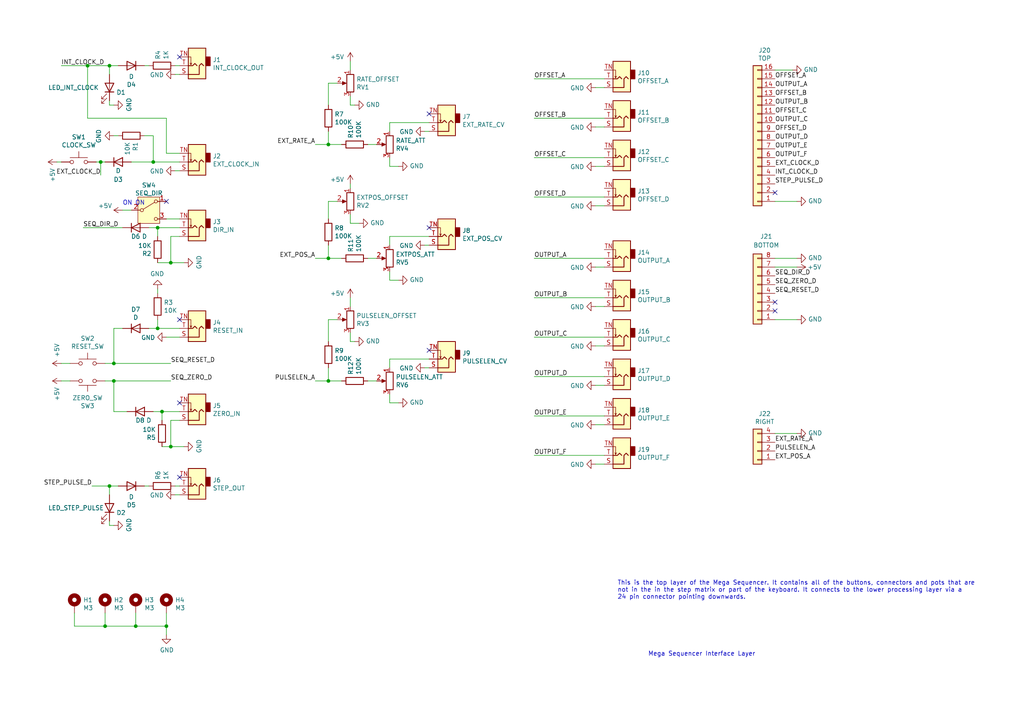
<source format=kicad_sch>
(kicad_sch (version 20230121) (generator eeschema)
  (paper "A4")
  (lib_symbols
    (symbol "Connector_Generic:Conn_01x04" (pin_names (offset 1.016) hide)
      (property "Reference" "J" (at 0 5.08 0))
      (property "Value" "Conn_01x04" (at 0 -7.62 0))
      (symbol "Conn_01x04_1_1"
        (rectangle (start -1.27 -4.953) (end 0 -5.207) (stroke (width 0.1524)))
        (rectangle (start -1.27 -2.413) (end 0 -2.667) (stroke (width 0.1524)))
        (rectangle (start -1.27 0.127) (end 0 -0.127) (stroke (width 0.1524)))
        (rectangle (start -1.27 2.667) (end 0 2.413) (stroke (width 0.1524)))
        (rectangle (start -1.27 3.81) (end 1.27 -6.35) (stroke (width 0.254)) (fill (type background)))
        (pin passive line (at -5.08 2.54 0) (length 3.81) (name "Pin_1") (number "1"))
        (pin passive line (at -5.08 0 0) (length 3.81) (name "Pin_2") (number "2"))
        (pin passive line (at -5.08 -2.54 0) (length 3.81) (name "Pin_3") (number "3"))
        (pin passive line (at -5.08 -5.08 0) (length 3.81) (name "Pin_4") (number "4"))
      )
    )
    (symbol "Connector_Generic:Conn_01x08" (pin_names (offset 1.016) hide)
      (property "Reference" "J" (at 0 10.16 0))
      (property "Value" "Conn_01x08" (at 0 -12.7 0))
      (symbol "Conn_01x08_1_1"
        (rectangle (start -1.27 -10.033) (end 0 -10.287) (stroke (width 0.1524)))
        (rectangle (start -1.27 -7.493) (end 0 -7.747) (stroke (width 0.1524)))
        (rectangle (start -1.27 -4.953) (end 0 -5.207) (stroke (width 0.1524)))
        (rectangle (start -1.27 -2.413) (end 0 -2.667) (stroke (width 0.1524)))
        (rectangle (start -1.27 0.127) (end 0 -0.127) (stroke (width 0.1524)))
        (rectangle (start -1.27 2.667) (end 0 2.413) (stroke (width 0.1524)))
        (rectangle (start -1.27 5.207) (end 0 4.953) (stroke (width 0.1524)))
        (rectangle (start -1.27 7.747) (end 0 7.493) (stroke (width 0.1524)))
        (rectangle (start -1.27 8.89) (end 1.27 -11.43) (stroke (width 0.254)) (fill (type background)))
        (pin passive line (at -5.08 7.62 0) (length 3.81) (name "Pin_1") (number "1"))
        (pin passive line (at -5.08 5.08 0) (length 3.81) (name "Pin_2") (number "2"))
        (pin passive line (at -5.08 2.54 0) (length 3.81) (name "Pin_3") (number "3"))
        (pin passive line (at -5.08 0 0) (length 3.81) (name "Pin_4") (number "4"))
        (pin passive line (at -5.08 -2.54 0) (length 3.81) (name "Pin_5") (number "5"))
        (pin passive line (at -5.08 -5.08 0) (length 3.81) (name "Pin_6") (number "6"))
        (pin passive line (at -5.08 -7.62 0) (length 3.81) (name "Pin_7") (number "7"))
        (pin passive line (at -5.08 -10.16 0) (length 3.81) (name "Pin_8") (number "8"))
      )
    )
    (symbol "Connector_Generic:Conn_01x16" (pin_names (offset 1.016) hide)
      (property "Reference" "J" (at 0 20.32 0))
      (property "Value" "Conn_01x16" (at 0 -22.86 0))
      (symbol "Conn_01x16_1_1"
        (rectangle (start -1.27 -20.193) (end 0 -20.447) (stroke (width 0.1524)))
        (rectangle (start -1.27 -17.653) (end 0 -17.907) (stroke (width 0.1524)))
        (rectangle (start -1.27 -15.113) (end 0 -15.367) (stroke (width 0.1524)))
        (rectangle (start -1.27 -12.573) (end 0 -12.827) (stroke (width 0.1524)))
        (rectangle (start -1.27 -10.033) (end 0 -10.287) (stroke (width 0.1524)))
        (rectangle (start -1.27 -7.493) (end 0 -7.747) (stroke (width 0.1524)))
        (rectangle (start -1.27 -4.953) (end 0 -5.207) (stroke (width 0.1524)))
        (rectangle (start -1.27 -2.413) (end 0 -2.667) (stroke (width 0.1524)))
        (rectangle (start -1.27 0.127) (end 0 -0.127) (stroke (width 0.1524)))
        (rectangle (start -1.27 2.667) (end 0 2.413) (stroke (width 0.1524)))
        (rectangle (start -1.27 5.207) (end 0 4.953) (stroke (width 0.1524)))
        (rectangle (start -1.27 7.747) (end 0 7.493) (stroke (width 0.1524)))
        (rectangle (start -1.27 10.287) (end 0 10.033) (stroke (width 0.1524)))
        (rectangle (start -1.27 12.827) (end 0 12.573) (stroke (width 0.1524)))
        (rectangle (start -1.27 15.367) (end 0 15.113) (stroke (width 0.1524)))
        (rectangle (start -1.27 17.907) (end 0 17.653) (stroke (width 0.1524)))
        (rectangle (start -1.27 19.05) (end 1.27 -21.59) (stroke (width 0.254)) (fill (type background)))
        (pin passive line (at -5.08 17.78 0) (length 3.81) (name "Pin_1") (number "1"))
        (pin passive line (at -5.08 -5.08 0) (length 3.81) (name "Pin_10") (number "10"))
        (pin passive line (at -5.08 -7.62 0) (length 3.81) (name "Pin_11") (number "11"))
        (pin passive line (at -5.08 -10.16 0) (length 3.81) (name "Pin_12") (number "12"))
        (pin passive line (at -5.08 -12.7 0) (length 3.81) (name "Pin_13") (number "13"))
        (pin passive line (at -5.08 -15.24 0) (length 3.81) (name "Pin_14") (number "14"))
        (pin passive line (at -5.08 -17.78 0) (length 3.81) (name "Pin_15") (number "15"))
        (pin passive line (at -5.08 -20.32 0) (length 3.81) (name "Pin_16") (number "16"))
        (pin passive line (at -5.08 15.24 0) (length 3.81) (name "Pin_2") (number "2"))
        (pin passive line (at -5.08 12.7 0) (length 3.81) (name "Pin_3") (number "3"))
        (pin passive line (at -5.08 10.16 0) (length 3.81) (name "Pin_4") (number "4"))
        (pin passive line (at -5.08 7.62 0) (length 3.81) (name "Pin_5") (number "5"))
        (pin passive line (at -5.08 5.08 0) (length 3.81) (name "Pin_6") (number "6"))
        (pin passive line (at -5.08 2.54 0) (length 3.81) (name "Pin_7") (number "7"))
        (pin passive line (at -5.08 0 0) (length 3.81) (name "Pin_8") (number "8"))
        (pin passive line (at -5.08 -2.54 0) (length 3.81) (name "Pin_9") (number "9"))
      )
    )
    (symbol "Device:D" (pin_numbers hide) (pin_names (offset 1.016) hide)
      (property "Reference" "D" (at 0 2.54 0))
      (property "Value" "D" (at 0 -2.54 0))
      (symbol "D_0_1"
        (polyline (pts (xy -1.27 1.27) (xy -1.27 -1.27)) (stroke (width 0.254)))
        (polyline (pts (xy 1.27 0) (xy -1.27 0)))
        (polyline (pts (xy 1.27 1.27) (xy 1.27 -1.27) (xy -1.27 0) (xy 1.27 1.27)) (stroke (width 0.254)))
      )
      (symbol "D_1_1"
        (pin passive line (at -3.81 0 0) (length 2.54) (name "K") (number "1"))
        (pin passive line (at 3.81 0 180) (length 2.54) (name "A") (number "2"))
      )
    )
    (symbol "Device:LED" (pin_numbers hide) (pin_names (offset 1.016) hide)
      (property "Reference" "D" (at 0 2.54 0))
      (property "Value" "LED" (at 0 -2.54 0))
      (symbol "LED_0_1"
        (polyline (pts (xy -1.27 -1.27) (xy -1.27 1.27)) (stroke (width 0.254)))
        (polyline (pts (xy -1.27 0) (xy 1.27 0)))
        (polyline (pts (xy 1.27 -1.27) (xy 1.27 1.27) (xy -1.27 0) (xy 1.27 -1.27)) (stroke (width 0.254)))
        (polyline (pts (xy -3.048 -0.762) (xy -4.572 -2.286) (xy -3.81 -2.286) (xy -4.572 -2.286) (xy -4.572 -1.524)))
        (polyline (pts (xy -1.778 -0.762) (xy -3.302 -2.286) (xy -2.54 -2.286) (xy -3.302 -2.286) (xy -3.302 -1.524)))
      )
      (symbol "LED_1_1"
        (pin passive line (at -3.81 0 0) (length 2.54) (name "K") (number "1"))
        (pin passive line (at 3.81 0 180) (length 2.54) (name "A") (number "2"))
      )
    )
    (symbol "Device:R" (pin_numbers hide) (pin_names (offset 0))
      (property "Reference" "R" (at 2.032 0 90))
      (property "Value" "R" (at 0 0 90))
      (symbol "R_0_1"
        (rectangle (start -1.016 -2.54) (end 1.016 2.54) (stroke (width 0.254)))
      )
      (symbol "R_1_1"
        (pin passive line (at 0 3.81 270) (length 1.27) (name "~") (number "1"))
        (pin passive line (at 0 -3.81 90) (length 1.27) (name "~") (number "2"))
      )
    )
    (symbol "Mechanical:MountingHole_Pad" (pin_numbers hide) (pin_names (offset 1.016) hide)
      (property "Reference" "H" (at 0 6.35 0))
      (property "Value" "MountingHole_Pad" (at 0 4.445 0))
      (symbol "MountingHole_Pad_0_1"
        (circle (center 0 1.27) (radius 1.27) (stroke (width 1.27)))
      )
      (symbol "MountingHole_Pad_1_1"
        (pin input line (at 0 -2.54 90) (length 2.54) (name "1") (number "1"))
      )
    )
    (symbol "Switch:SW_Push" (pin_numbers hide) (pin_names (offset 1.016) hide)
      (property "Reference" "SW" (at 1.27 2.54 0))
      (property "Value" "SW_Push" (at 0 -1.524 0))
      (symbol "SW_Push_0_1"
        (circle (center -2.032 0) (radius 0.508))
        (polyline (pts (xy 0 1.27) (xy 0 3.048)))
        (polyline (pts (xy 2.54 1.27) (xy -2.54 1.27)))
        (circle (center 2.032 0) (radius 0.508))
        (pin passive line (at -5.08 0 0) (length 2.54) (name "1") (number "1"))
        (pin passive line (at 5.08 0 180) (length 2.54) (name "2") (number "2"))
      )
    )
    (symbol "Switch:SW_SPDT" (pin_names (offset 0) hide)
      (property "Reference" "SW" (at 0 5.08 0))
      (property "Value" "SW_SPDT" (at 0 -5.08 0))
      (symbol "SW_SPDT_0_1"
        (circle (center -2.032 0) (radius 0.4572))
        (polyline (pts (xy -1.651 0.254) (xy 1.651 2.286)))
        (circle (center 2.032 -2.54) (radius 0.4572))
        (circle (center 2.032 2.54) (radius 0.4572))
      )
      (symbol "SW_SPDT_1_1"
        (rectangle (start -3.175 3.81) (end 3.175 -3.81) (fill (type background)))
        (pin passive line (at 5.08 2.54 180) (length 2.54) (name "A") (number "1"))
        (pin passive line (at -5.08 0 0) (length 2.54) (name "B") (number "2"))
        (pin passive line (at 5.08 -2.54 180) (length 2.54) (name "C") (number "3"))
      )
    )
    (symbol "interface-rescue:AudioJack2_SwitchT-Connector"
      (property "Reference" "J" (at 0 8.89 0))
      (property "Value" "Connector_AudioJack2_SwitchT" (at 0 6.35 0))
      (symbol "AudioJack2_SwitchT-Connector_0_1"
        (rectangle (start -2.54 0) (end -3.81 -2.54) (stroke (width 0.254)) (fill (type outline)))
        (polyline (pts (xy 1.778 -0.254) (xy 2.032 -0.762)))
        (polyline (pts (xy 0 0) (xy 0.635 -0.635) (xy 1.27 0) (xy 2.54 0)) (stroke (width 0.254)))
        (polyline (pts (xy 2.54 -2.54) (xy 1.778 -2.54) (xy 1.778 -0.254) (xy 1.524 -0.762)))
        (polyline (pts (xy 2.54 2.54) (xy -0.635 2.54) (xy -0.635 0) (xy -1.27 -0.635) (xy -1.905 0)) (stroke (width 0.254)))
        (rectangle (start 2.54 3.81) (end -2.54 -5.08) (stroke (width 0.254)) (fill (type background)))
      )
      (symbol "AudioJack2_SwitchT-Connector_1_1"
        (pin passive line (at 5.08 2.54 180) (length 2.54) (name "~") (number "S"))
        (pin passive line (at 5.08 0 180) (length 2.54) (name "~") (number "T"))
        (pin passive line (at 5.08 -2.54 180) (length 2.54) (name "~") (number "TN"))
      )
    )
    (symbol "interface-rescue:R_POT-Device" (pin_names (offset 1.016) hide)
      (property "Reference" "RV" (at -4.445 0 90))
      (property "Value" "Device_R_POT" (at -2.54 0 90))
      (symbol "R_POT-Device_0_1"
        (polyline (pts (xy 2.54 0) (xy 1.524 0)))
        (polyline (pts (xy 1.143 0) (xy 2.286 0.508) (xy 2.286 -0.508) (xy 1.143 0)) (fill (type outline)))
        (rectangle (start 1.016 2.54) (end -1.016 -2.54) (stroke (width 0.254)))
      )
      (symbol "R_POT-Device_1_1"
        (pin passive line (at 0 3.81 270) (length 1.27) (name "1") (number "1"))
        (pin passive line (at 3.81 0 180) (length 1.27) (name "2") (number "2"))
        (pin passive line (at 0 -3.81 90) (length 1.27) (name "3") (number "3"))
      )
    )
    (symbol "power:+5V" (power) (pin_names (offset 0))
      (property "Value" "+5V" (at 0 3.556 0))
      (symbol "+5V_0_1"
        (polyline (pts (xy -0.762 1.27) (xy 0 2.54)))
        (polyline (pts (xy 0 0) (xy 0 2.54)))
        (polyline (pts (xy 0 2.54) (xy 0.762 1.27)))
      )
      (symbol "+5V_1_1"
        (pin power_in line (at 0 0 90) (length 0) hide (name "+5V") (number "1"))
      )
    )
    (symbol "power:GND" (power) (pin_names (offset 0))
      (property "Value" "GND" (at 0 -3.81 0))
      (symbol "GND_0_1"
        (polyline (pts (xy 0 0) (xy 0 -1.27) (xy 1.27 -1.27) (xy 0 -2.54) (xy -1.27 -1.27) (xy 0 -1.27)))
      )
      (symbol "GND_1_1"
        (pin power_in line (at 0 0 270) (length 0) hide (name "GND") (number "1"))
      )
    )
  )
  (junction (at 95.25 74.93))
  (junction (at 45.72 95.25))
  (junction (at 33.02 105.41))
  (junction (at 46.99 119.38))
  (junction (at 31.75 140.97))
  (junction (at 95.25 110.49))
  (junction (at 95.25 41.91))
  (junction (at 33.02 110.49))
  (junction (at 25.4 19.05))
  (junction (at 48.26 181.61))
  (junction (at 49.53 129.54))
  (junction (at 39.37 181.61))
  (junction (at 45.72 66.04))
  (junction (at 44.45 46.99))
  (junction (at 29.21 46.99))
  (junction (at 30.48 181.61))
  (junction (at 49.53 76.2))
  (junction (at 31.75 19.05))
  (no_connect (at 52.07 138.43))
  (no_connect (at 224.79 90.17))
  (no_connect (at 52.07 116.84))
  (no_connect (at 124.46 33.02))
  (no_connect (at 48.26 58.42))
  (no_connect (at 52.07 92.71))
  (no_connect (at 224.79 87.63))
  (no_connect (at 124.46 101.6))
  (no_connect (at 124.46 66.04))
  (no_connect (at 224.79 55.88))
  (no_connect (at 52.07 16.51))
  (wire (pts (xy 175.26 111.76) (xy 172.72 111.76)))
  (wire (pts (xy 99.06 110.49) (xy 95.25 110.49)))
  (wire (pts (xy 41.91 39.37) (xy 44.45 39.37)))
  (wire (pts (xy 24.13 66.04) (xy 35.56 66.04)))
  (wire (pts (xy 31.75 19.05) (xy 31.75 21.59)))
  (wire (pts (xy 49.53 76.2) (xy 53.34 76.2)))
  (wire (pts (xy 17.78 110.49) (xy 20.32 110.49)))
  (wire (pts (xy 224.79 20.32) (xy 229.87 20.32)))
  (wire (pts (xy 224.79 92.71) (xy 231.14 92.71)))
  (wire (pts (xy 175.26 34.29) (xy 154.94 34.29)))
  (wire (pts (xy 109.22 41.91) (xy 106.68 41.91)))
  (wire (pts (xy 175.26 86.36) (xy 154.94 86.36)))
  (wire (pts (xy 224.79 58.42) (xy 231.14 58.42)))
  (wire (pts (xy 95.25 74.93) (xy 91.44 74.93)))
  (wire (pts (xy 52.07 68.58) (xy 49.53 68.58)))
  (wire (pts (xy 48.26 177.8) (xy 48.26 181.61)))
  (wire (pts (xy 29.21 46.99) (xy 30.48 46.99)))
  (wire (pts (xy 31.75 19.05) (xy 34.29 19.05)))
  (wire (pts (xy 46.99 119.38) (xy 44.45 119.38)))
  (wire (pts (xy 99.06 74.93) (xy 95.25 74.93)))
  (wire (pts (xy 27.94 46.99) (xy 29.21 46.99)))
  (wire (pts (xy 113.03 45.72) (xy 113.03 48.26)))
  (wire (pts (xy 39.37 177.8) (xy 39.37 181.61)))
  (wire (pts (xy 31.75 140.97) (xy 26.67 140.97)))
  (wire (pts (xy 31.75 140.97) (xy 34.29 140.97)))
  (wire (pts (xy 30.48 110.49) (xy 33.02 110.49)))
  (wire (pts (xy 95.25 92.71) (xy 95.25 99.06)))
  (wire (pts (xy 175.26 123.19) (xy 172.72 123.19)))
  (wire (pts (xy 97.79 24.13) (xy 95.25 24.13)))
  (wire (pts (xy 38.1 46.99) (xy 44.45 46.99)))
  (wire (pts (xy 31.75 29.21) (xy 31.75 30.48)))
  (wire (pts (xy 95.25 63.5) (xy 95.25 58.42)))
  (wire (pts (xy 52.07 19.05) (xy 50.8 19.05)))
  (wire (pts (xy 101.6 99.06) (xy 102.87 99.06)))
  (wire (pts (xy 30.48 181.61) (xy 39.37 181.61)))
  (wire (pts (xy 39.37 181.61) (xy 48.26 181.61)))
  (wire (pts (xy 175.26 45.72) (xy 154.94 45.72)))
  (wire (pts (xy 50.8 143.51) (xy 52.07 143.51)))
  (wire (pts (xy 224.79 77.47) (xy 231.14 77.47)))
  (wire (pts (xy 17.78 46.99) (xy 16.51 46.99)))
  (wire (pts (xy 124.46 38.1) (xy 123.19 38.1)))
  (wire (pts (xy 52.07 119.38) (xy 46.99 119.38)))
  (wire (pts (xy 124.46 106.68) (xy 123.19 106.68)))
  (wire (pts (xy 97.79 92.71) (xy 95.25 92.71)))
  (wire (pts (xy 124.46 71.12) (xy 123.19 71.12)))
  (wire (pts (xy 30.48 105.41) (xy 33.02 105.41)))
  (wire (pts (xy 175.26 100.33) (xy 172.72 100.33)))
  (wire (pts (xy 17.78 19.05) (xy 25.4 19.05)))
  (wire (pts (xy 31.75 140.97) (xy 31.75 143.51)))
  (wire (pts (xy 101.6 17.78) (xy 101.6 20.32)))
  (wire (pts (xy 175.26 88.9) (xy 172.72 88.9)))
  (wire (pts (xy 48.26 63.5) (xy 52.07 63.5)))
  (wire (pts (xy 95.25 58.42) (xy 97.79 58.42)))
  (wire (pts (xy 33.02 105.41) (xy 49.53 105.41)))
  (wire (pts (xy 36.83 119.38) (xy 33.02 119.38)))
  (wire (pts (xy 45.72 66.04) (xy 45.72 68.58)))
  (wire (pts (xy 44.45 46.99) (xy 52.07 46.99)))
  (wire (pts (xy 113.03 78.74) (xy 113.03 81.28)))
  (wire (pts (xy 113.03 104.14) (xy 113.03 106.68)))
  (wire (pts (xy 45.72 66.04) (xy 43.18 66.04)))
  (wire (pts (xy 21.59 177.8) (xy 21.59 181.61)))
  (wire (pts (xy 175.26 109.22) (xy 154.94 109.22)))
  (wire (pts (xy 175.26 74.93) (xy 154.94 74.93)))
  (wire (pts (xy 21.59 181.61) (xy 30.48 181.61)))
  (wire (pts (xy 52.07 95.25) (xy 45.72 95.25)))
  (wire (pts (xy 49.53 121.92) (xy 49.53 129.54)))
  (wire (pts (xy 41.91 19.05) (xy 43.18 19.05)))
  (wire (pts (xy 52.07 66.04) (xy 45.72 66.04)))
  (wire (pts (xy 101.6 62.23) (xy 101.6 64.77)))
  (wire (pts (xy 45.72 95.25) (xy 45.72 92.71)))
  (wire (pts (xy 224.79 125.73) (xy 231.14 125.73)))
  (wire (pts (xy 52.07 121.92) (xy 49.53 121.92)))
  (wire (pts (xy 109.22 74.93) (xy 106.68 74.93)))
  (wire (pts (xy 44.45 39.37) (xy 44.45 46.99)))
  (wire (pts (xy 41.91 140.97) (xy 43.18 140.97)))
  (wire (pts (xy 113.03 35.56) (xy 113.03 38.1)))
  (wire (pts (xy 31.75 30.48) (xy 33.02 30.48)))
  (wire (pts (xy 52.07 49.53) (xy 50.8 49.53)))
  (wire (pts (xy 48.26 44.45) (xy 48.26 34.29)))
  (wire (pts (xy 49.53 129.54) (xy 53.34 129.54)))
  (wire (pts (xy 29.21 46.99) (xy 29.21 50.8)))
  (wire (pts (xy 48.26 181.61) (xy 48.26 184.15)))
  (wire (pts (xy 95.25 41.91) (xy 95.25 38.1)))
  (wire (pts (xy 33.02 95.25) (xy 33.02 105.41)))
  (wire (pts (xy 95.25 110.49) (xy 95.25 106.68)))
  (wire (pts (xy 33.02 110.49) (xy 49.53 110.49)))
  (wire (pts (xy 101.6 86.36) (xy 101.6 88.9)))
  (wire (pts (xy 46.99 129.54) (xy 49.53 129.54)))
  (wire (pts (xy 175.26 132.08) (xy 154.94 132.08)))
  (wire (pts (xy 95.25 41.91) (xy 91.44 41.91)))
  (wire (pts (xy 31.75 152.4) (xy 33.02 152.4)))
  (wire (pts (xy 175.26 134.62) (xy 172.72 134.62)))
  (wire (pts (xy 17.78 105.41) (xy 20.32 105.41)))
  (wire (pts (xy 31.75 151.13) (xy 31.75 152.4)))
  (wire (pts (xy 224.79 74.93) (xy 231.14 74.93)))
  (wire (pts (xy 113.03 81.28) (xy 115.57 81.28)))
  (wire (pts (xy 175.26 22.86) (xy 154.94 22.86)))
  (wire (pts (xy 113.03 48.26) (xy 115.57 48.26)))
  (wire (pts (xy 175.26 25.4) (xy 172.72 25.4)))
  (wire (pts (xy 45.72 95.25) (xy 43.18 95.25)))
  (wire (pts (xy 45.72 76.2) (xy 49.53 76.2)))
  (wire (pts (xy 109.22 110.49) (xy 106.68 110.49)))
  (wire (pts (xy 124.46 35.56) (xy 113.03 35.56)))
  (wire (pts (xy 48.26 34.29) (xy 25.4 34.29)))
  (wire (pts (xy 124.46 68.58) (xy 113.03 68.58)))
  (wire (pts (xy 175.26 97.79) (xy 154.94 97.79)))
  (wire (pts (xy 95.25 110.49) (xy 91.44 110.49)))
  (wire (pts (xy 175.26 77.47) (xy 172.72 77.47)))
  (wire (pts (xy 175.26 36.83) (xy 172.72 36.83)))
  (wire (pts (xy 49.53 68.58) (xy 49.53 76.2)))
  (wire (pts (xy 30.48 177.8) (xy 30.48 181.61)))
  (wire (pts (xy 101.6 96.52) (xy 101.6 99.06)))
  (wire (pts (xy 101.6 27.94) (xy 101.6 30.48)))
  (wire (pts (xy 113.03 114.3) (xy 113.03 116.84)))
  (wire (pts (xy 52.07 44.45) (xy 48.26 44.45)))
  (wire (pts (xy 52.07 97.79) (xy 48.26 97.79)))
  (wire (pts (xy 45.72 85.09) (xy 45.72 83.82)))
  (wire (pts (xy 34.29 39.37) (xy 33.02 39.37)))
  (wire (pts (xy 175.26 59.69) (xy 172.72 59.69)))
  (wire (pts (xy 101.6 53.34) (xy 101.6 54.61)))
  (wire (pts (xy 25.4 19.05) (xy 31.75 19.05)))
  (wire (pts (xy 113.03 68.58) (xy 113.03 71.12)))
  (wire (pts (xy 50.8 21.59) (xy 52.07 21.59)))
  (wire (pts (xy 33.02 110.49) (xy 33.02 119.38)))
  (wire (pts (xy 35.56 60.96) (xy 38.1 60.96)))
  (wire (pts (xy 95.25 24.13) (xy 95.25 30.48)))
  (wire (pts (xy 25.4 34.29) (xy 25.4 19.05)))
  (wire (pts (xy 95.25 71.12) (xy 95.25 74.93)))
  (wire (pts (xy 46.99 119.38) (xy 46.99 121.92)))
  (wire (pts (xy 101.6 30.48) (xy 102.87 30.48)))
  (wire (pts (xy 175.26 120.65) (xy 154.94 120.65)))
  (wire (pts (xy 35.56 95.25) (xy 33.02 95.25)))
  (wire (pts (xy 99.06 41.91) (xy 95.25 41.91)))
  (wire (pts (xy 175.26 48.26) (xy 172.72 48.26)))
  (wire (pts (xy 52.07 140.97) (xy 50.8 140.97)))
  (wire (pts (xy 113.03 116.84) (xy 115.57 116.84)))
  (wire (pts (xy 124.46 104.14) (xy 113.03 104.14)))
  (wire (pts (xy 175.26 57.15) (xy 154.94 57.15)))
  (wire (pts (xy 101.6 64.77) (xy 104.14 64.77)))
  (text "ON ON" (at 35.56 59.69 0) (effects (font (size 1.27 1.27)) (justify left bottom)))
  (text "Mega Sequencer Interface Layer" (at 187.96 190.5 0) (effects (font (size 1.27 1.27)) (justify left bottom)))
  (text "This is the top layer of the Mega Sequencer. It contains all of the buttons, connectors and pots that are\nnot in the in the step matrix or part of the keyboard. It connects to the lower processing layer via a \n24 pin connector pointing downwards." (at 179.07 173.99 0) (effects (font (size 1.27 1.27)) (justify left bottom)))
  (label "OFFSET_D" (at 224.79 38.1 0))
  (label "SEQ_DIR_D" (at 224.79 80.01 0))
  (label "STEP_PULSE_D" (at 26.67 140.97 180))
  (label "SEQ_RESET_D" (at 49.53 105.41 0))
  (label "PULSELEN_A" (at 91.44 110.49 180))
  (label "PULSELEN_A" (at 224.79 130.81 0))
  (label "OFFSET_D" (at 154.94 57.15 0))
  (label "EXT_POS_A" (at 224.79 133.35 0))
  (label "OFFSET_A" (at 224.79 22.86 0))
  (label "OUTPUT_D" (at 224.79 40.64 0))
  (label "OUTPUT_C" (at 154.94 97.79 0))
  (label "OUTPUT_F" (at 154.94 132.08 0))
  (label "EXT_CLOCK_D" (at 224.79 48.26 0))
  (label "STEP_PULSE_D" (at 224.79 53.34 0))
  (label "INT_CLOCK_D" (at 17.78 19.05 0))
  (label "OUTPUT_F" (at 224.79 45.72 0))
  (label "EXT_RATE_A" (at 91.44 41.91 180))
  (label "SEQ_DIR_D" (at 24.13 66.04 0))
  (label "OFFSET_B" (at 224.79 27.94 0))
  (label "OUTPUT_E" (at 224.79 43.18 0))
  (label "EXT_POS_A" (at 91.44 74.93 180))
  (label "INT_CLOCK_D" (at 224.79 50.8 0))
  (label "EXT_RATE_A" (at 224.79 128.27 0))
  (label "OUTPUT_E" (at 154.94 120.65 0))
  (label "OUTPUT_B" (at 224.79 30.48 0))
  (label "OFFSET_C" (at 154.94 45.72 0))
  (label "OUTPUT_A" (at 154.94 74.93 0))
  (label "SEQ_RESET_D" (at 224.79 85.09 0))
  (label "OUTPUT_B" (at 154.94 86.36 0))
  (label "SEQ_ZERO_D" (at 49.53 110.49 0))
  (label "EXT_CLOCK_D" (at 29.21 50.8 180))
  (label "OFFSET_C" (at 224.79 33.02 0))
  (label "OUTPUT_D" (at 154.94 109.22 0))
  (label "OFFSET_A" (at 154.94 22.86 0))
  (label "OUTPUT_C" (at 224.79 35.56 0))
  (label "SEQ_ZERO_D" (at 224.79 82.55 0))
  (label "OUTPUT_A" (at 224.79 25.4 0))
  (label "OFFSET_B" (at 154.94 34.29 0))
  (symbol (lib_id "interface-rescue:AudioJack2_SwitchT-Connector") (at 57.15 95.25 180) (unit 1)
    (property "Reference" "J4" (at 61.6966 93.5482 0) (effects (justify right)))
    (property "Value" "RESET_IN" (at 61.6966 95.8596 0) (effects (justify right)))
    (property "Footprint" "Connector_Audio:Jack_3.5mm_QingPu_WQP-PJ398SM_Vertical_CircularHoles" (effects hide))
  )
  (symbol (lib_id "power:+5V") (at 17.78 105.41 90) (unit 1)
    (property "Reference" "#PWR02" (effects hide))
    (property "Value" "+5V" (at 16.51 101.6 0))
  )
  (symbol (lib_id "Device:D") (at 39.37 95.25 0) (unit 1)
    (property "Reference" "D7" (at 39.37 89.7636 0))
    (property "Value" "D" (at 39.37 92.075 0))
    (property "Footprint" "Diode_THT:D_DO-41_SOD81_P7.62mm_Horizontal" (effects hide))
  )
  (symbol (lib_id "Device:R") (at 45.72 88.9 0) (unit 1)
    (property "Reference" "R3" (at 47.498 87.7316 0) (effects (justify left)))
    (property "Value" "10K" (at 47.498 90.043 0) (effects (justify left)))
    (property "Footprint" "Resistor_THT:R_Axial_DIN0207_L6.3mm_D2.5mm_P7.62mm_Horizontal" (effects hide))
  )
  (symbol (lib_id "power:GND") (at 45.72 83.82 180) (unit 1)
    (property "Reference" "#PWR08" (effects hide))
    (property "Value" "GND" (at 45.593 79.4258 0))
  )
  (symbol (lib_id "power:GND") (at 48.26 97.79 270) (unit 1)
    (property "Reference" "#PWR09" (effects hide))
    (property "Value" "GND" (at 45.0088 97.917 90) (effects (justify right)))
  )
  (symbol (lib_id "interface-rescue:AudioJack2_SwitchT-Connector") (at 57.15 46.99 180) (unit 1)
    (property "Reference" "J2" (at 61.6966 45.2882 0) (effects (justify right)))
    (property "Value" "EXT_CLOCK_IN" (at 61.6966 47.5996 0) (effects (justify right)))
    (property "Footprint" "Connector_Audio:Jack_3.5mm_QingPu_WQP-PJ398SM_Vertical_CircularHoles" (effects hide))
  )
  (symbol (lib_id "interface-rescue:AudioJack2_SwitchT-Connector") (at 57.15 119.38 180) (unit 1)
    (property "Reference" "J5" (at 61.6966 117.6782 0) (effects (justify right)))
    (property "Value" "ZERO_IN" (at 61.6966 119.9896 0) (effects (justify right)))
    (property "Footprint" "Connector_Audio:Jack_3.5mm_QingPu_WQP-PJ398SM_Vertical_CircularHoles" (effects hide))
  )
  (symbol (lib_id "Device:D") (at 40.64 119.38 0) (unit 1)
    (property "Reference" "D8" (at 40.64 121.92 0))
    (property "Value" "D" (at 43.18 121.92 0))
    (property "Footprint" "Diode_THT:D_DO-41_SOD81_P7.62mm_Horizontal" (effects hide))
  )
  (symbol (lib_id "Device:R") (at 46.99 125.73 180) (unit 1)
    (property "Reference" "R5" (at 45.212 126.8984 0) (effects (justify left)))
    (property "Value" "10K" (at 45.212 124.587 0) (effects (justify left)))
    (property "Footprint" "Resistor_THT:R_Axial_DIN0207_L6.3mm_D2.5mm_P7.62mm_Horizontal" (effects hide))
  )
  (symbol (lib_id "power:GND") (at 53.34 129.54 90) (unit 1)
    (property "Reference" "#PWR014" (effects hide))
    (property "Value" "GND" (at 57.7342 129.413 0))
  )
  (symbol (lib_id "Switch:SW_Push") (at 22.86 46.99 0) (unit 1)
    (property "Reference" "SW1" (at 22.86 39.751 0))
    (property "Value" "CLOCK_SW" (at 22.86 42.0624 0))
    (property "Footprint" "Button_Switch_THT:SW_PUSH_6mm" (effects hide))
  )
  (symbol (lib_id "Device:R") (at 38.1 39.37 270) (unit 1)
    (property "Reference" "R1" (at 39.2684 41.148 0) (effects (justify left)))
    (property "Value" "10K" (at 36.957 41.148 0) (effects (justify left)))
    (property "Footprint" "Resistor_THT:R_Axial_DIN0207_L6.3mm_D2.5mm_P7.62mm_Horizontal" (effects hide))
  )
  (symbol (lib_id "Device:D") (at 34.29 46.99 0) (unit 1)
    (property "Reference" "D3" (at 34.29 52.07 0))
    (property "Value" "D" (at 34.29 49.53 0))
    (property "Footprint" "Diode_THT:D_DO-41_SOD81_P7.62mm_Horizontal" (effects hide))
  )
  (symbol (lib_id "power:GND") (at 33.02 39.37 270) (unit 1)
    (property "Reference" "#PWR05" (effects hide))
    (property "Value" "GND" (at 28.6258 39.497 0))
  )
  (symbol (lib_id "power:+5V") (at 16.51 46.99 90) (unit 1)
    (property "Reference" "#PWR01" (effects hide))
    (property "Value" "+5V" (at 15.24 50.8 0))
  )
  (symbol (lib_id "power:GND") (at 50.8 49.53 270) (unit 1)
    (property "Reference" "#PWR011" (effects hide))
    (property "Value" "GND" (at 47.5488 49.657 90) (effects (justify right)))
  )
  (symbol (lib_id "interface-rescue:AudioJack2_SwitchT-Connector") (at 57.15 66.04 180) (unit 1)
    (property "Reference" "J3" (at 61.6966 64.3382 0) (effects (justify right)))
    (property "Value" "DIR_IN" (at 61.6966 66.6496 0) (effects (justify right)))
    (property "Footprint" "Connector_Audio:Jack_3.5mm_QingPu_WQP-PJ398SM_Vertical_CircularHoles" (effects hide))
  )
  (symbol (lib_id "Device:R") (at 45.72 72.39 180) (unit 1)
    (property "Reference" "R2" (at 43.942 73.5584 0) (effects (justify left)))
    (property "Value" "10K" (at 43.942 71.247 0) (effects (justify left)))
    (property "Footprint" "Resistor_THT:R_Axial_DIN0207_L6.3mm_D2.5mm_P7.62mm_Horizontal" (effects hide))
  )
  (symbol (lib_id "power:GND") (at 53.34 76.2 90) (unit 1)
    (property "Reference" "#PWR013" (effects hide))
    (property "Value" "GND" (at 57.7342 76.073 0))
  )
  (symbol (lib_id "Device:D") (at 39.37 66.04 0) (unit 1)
    (property "Reference" "D6" (at 39.37 68.58 0))
    (property "Value" "D" (at 41.91 68.58 0))
    (property "Footprint" "Diode_THT:D_DO-41_SOD81_P7.62mm_Horizontal" (effects hide))
  )
  (symbol (lib_id "Switch:SW_SPDT") (at 43.18 60.96 0) (unit 1)
    (property "Reference" "SW4" (at 43.18 53.721 0))
    (property "Value" "SEQ_DIR" (at 43.18 56.0324 0))
    (property "Footprint" "Connector_PinSocket_2.54mm:PinSocket_1x03_P2.54mm_Vertical" (effects hide))
  )
  (symbol (lib_id "power:+5V") (at 35.56 60.96 90) (unit 1)
    (property "Reference" "#PWR07" (effects hide))
    (property "Value" "+5V" (at 30.48 59.69 90))
  )
  (symbol (lib_id "interface-rescue:AudioJack2_SwitchT-Connector") (at 57.15 19.05 180) (unit 1)
    (property "Reference" "J1" (at 61.6966 17.3482 0) (effects (justify right)))
    (property "Value" "INT_CLOCK_OUT" (at 61.6966 19.6596 0) (effects (justify right)))
    (property "Footprint" "Connector_Audio:Jack_3.5mm_QingPu_WQP-PJ398SM_Vertical_CircularHoles" (effects hide))
  )
  (symbol (lib_id "power:GND") (at 50.8 21.59 270) (unit 1)
    (property "Reference" "#PWR010" (effects hide))
    (property "Value" "GND" (at 47.5488 21.717 90) (effects (justify right)))
  )
  (symbol (lib_id "Device:R") (at 46.99 19.05 90) (unit 1)
    (property "Reference" "R4" (at 45.8216 17.272 0) (effects (justify left)))
    (property "Value" "1K" (at 48.133 17.272 0) (effects (justify left)))
    (property "Footprint" "Resistor_THT:R_Axial_DIN0207_L6.3mm_D2.5mm_P7.62mm_Horizontal" (effects hide))
  )
  (symbol (lib_id "Device:D") (at 38.1 19.05 180) (unit 1)
    (property "Reference" "D4" (at 38.1 24.5364 0))
    (property "Value" "D" (at 38.1 22.225 0))
    (property "Footprint" "Diode_THT:D_DO-41_SOD81_P7.62mm_Horizontal" (effects hide))
  )
  (symbol (lib_id "Device:LED") (at 31.75 25.4 270) (mirror x) (unit 1)
    (property "Reference" "D1" (at 33.7566 26.797 90) (effects (justify left)))
    (property "Value" "LED_INT_CLOCK" (at 13.97 25.4 90) (effects (justify left)))
    (property "Footprint" "LED_THT:LED_D3.0mm" (effects hide))
  )
  (symbol (lib_id "power:GND") (at 33.02 30.48 90) (unit 1)
    (property "Reference" "#PWR04" (effects hide))
    (property "Value" "GND" (at 37.4142 30.353 0))
  )
  (symbol (lib_id "interface-rescue:AudioJack2_SwitchT-Connector") (at 57.15 140.97 180) (unit 1)
    (property "Reference" "J6" (at 61.6966 139.2682 0) (effects (justify right)))
    (property "Value" "STEP_OUT" (at 61.6966 141.5796 0) (effects (justify right)))
    (property "Footprint" "Connector_Audio:Jack_3.5mm_QingPu_WQP-PJ398SM_Vertical_CircularHoles" (effects hide))
  )
  (symbol (lib_id "power:GND") (at 50.8 143.51 270) (unit 1)
    (property "Reference" "#PWR012" (effects hide))
    (property "Value" "GND" (at 47.5488 143.637 90) (effects (justify right)))
  )
  (symbol (lib_id "Device:R") (at 46.99 140.97 90) (unit 1)
    (property "Reference" "R6" (at 45.8216 139.192 0) (effects (justify left)))
    (property "Value" "1K" (at 48.133 139.192 0) (effects (justify left)))
    (property "Footprint" "Resistor_THT:R_Axial_DIN0207_L6.3mm_D2.5mm_P7.62mm_Horizontal" (effects hide))
  )
  (symbol (lib_id "Device:D") (at 38.1 140.97 180) (unit 1)
    (property "Reference" "D5" (at 38.1 146.4564 0))
    (property "Value" "D" (at 38.1 144.145 0))
    (property "Footprint" "Diode_THT:D_DO-41_SOD81_P7.62mm_Horizontal" (effects hide))
  )
  (symbol (lib_id "Device:LED") (at 31.75 147.32 270) (mirror x) (unit 1)
    (property "Reference" "D2" (at 33.7566 148.717 90) (effects (justify left)))
    (property "Value" "LED_STEP_PULSE" (at 13.97 147.32 90) (effects (justify left)))
    (property "Footprint" "LED_THT:LED_D3.0mm" (effects hide))
  )
  (symbol (lib_id "power:GND") (at 33.02 152.4 90) (unit 1)
    (property "Reference" "#PWR06" (effects hide))
    (property "Value" "GND" (at 37.4142 152.273 0))
  )
  (symbol (lib_id "interface-rescue:AudioJack2_SwitchT-Connector") (at 129.54 35.56 180) (unit 1)
    (property "Reference" "J7" (at 134.0866 33.8582 0) (effects (justify right)))
    (property "Value" "EXT_RATE_CV" (at 134.0866 36.1696 0) (effects (justify right)))
    (property "Footprint" "Connector_Audio:Jack_3.5mm_QingPu_WQP-PJ398SM_Vertical_CircularHoles" (effects hide))
  )
  (symbol (lib_id "power:GND") (at 123.19 38.1 270) (unit 1)
    (property "Reference" "#PWR024" (effects hide))
    (property "Value" "GND" (at 119.9388 38.227 90) (effects (justify right)))
  )
  (symbol (lib_id "interface-rescue:R_POT-Device") (at 113.03 41.91 0) (mirror y) (unit 1)
    (property "Reference" "RV4" (at 114.7826 43.0784 0) (effects (justify right)))
    (property "Value" "RATE_ATT" (at 114.7826 40.767 0) (effects (justify right)))
    (property "Footprint" "Potentiometer_THT:Potentiometer_Alps_RK09L_Single_Vertical" (effects hide))
  )
  (symbol (lib_id "power:GND") (at 115.57 48.26 90) (unit 1)
    (property "Reference" "#PWR021" (effects hide))
    (property "Value" "GND" (at 118.8212 48.133 90) (effects (justify right)))
  )
  (symbol (lib_id "Device:R") (at 102.87 41.91 90) (unit 1)
    (property "Reference" "R10" (at 101.7016 40.132 0) (effects (justify left)))
    (property "Value" "100K" (at 104.013 40.132 0) (effects (justify left)))
    (property "Footprint" "Resistor_THT:R_Axial_DIN0207_L6.3mm_D2.5mm_P7.62mm_Horizontal" (effects hide))
  )
  (symbol (lib_id "Device:R") (at 95.25 34.29 0) (unit 1)
    (property "Reference" "R7" (at 97.028 33.1216 0) (effects (justify left)))
    (property "Value" "100K" (at 97.028 35.433 0) (effects (justify left)))
    (property "Footprint" "Resistor_THT:R_Axial_DIN0207_L6.3mm_D2.5mm_P7.62mm_Horizontal" (effects hide))
  )
  (symbol (lib_id "interface-rescue:R_POT-Device") (at 101.6 24.13 0) (mirror y) (unit 1)
    (property "Reference" "RV1" (at 103.3526 25.2984 0) (effects (justify right)))
    (property "Value" "RATE_OFFSET" (at 103.3526 22.987 0) (effects (justify right)))
    (property "Footprint" "Potentiometer_THT:Potentiometer_Alps_RK09L_Single_Vertical" (effects hide))
  )
  (symbol (lib_id "power:+5V") (at 101.6 17.78 0) (unit 1)
    (property "Reference" "#PWR015" (effects hide))
    (property "Value" "+5V" (at 97.79 16.51 0))
  )
  (symbol (lib_id "power:GND") (at 102.87 30.48 90) (unit 1)
    (property "Reference" "#PWR018" (effects hide))
    (property "Value" "GND" (at 106.1212 30.353 90) (effects (justify right)))
  )
  (symbol (lib_id "power:GND") (at 231.14 74.93 90) (unit 1)
    (property "Reference" "#PWR0101" (effects hide))
    (property "Value" "GND" (at 234.3912 74.803 90) (effects (justify right)))
  )
  (symbol (lib_id "interface-rescue:AudioJack2_SwitchT-Connector") (at 129.54 68.58 180) (unit 1)
    (property "Reference" "J8" (at 134.0866 66.8782 0) (effects (justify right)))
    (property "Value" "EXT_POS_CV" (at 134.0866 69.1896 0) (effects (justify right)))
    (property "Footprint" "Connector_Audio:Jack_3.5mm_QingPu_WQP-PJ398SM_Vertical_CircularHoles" (effects hide))
  )
  (symbol (lib_id "interface-rescue:R_POT-Device") (at 113.03 74.93 0) (mirror y) (unit 1)
    (property "Reference" "RV5" (at 114.7826 76.0984 0) (effects (justify right)))
    (property "Value" "EXTPOS_ATT" (at 114.7826 73.787 0) (effects (justify right)))
    (property "Footprint" "Potentiometer_THT:Potentiometer_Alps_RK09L_Single_Vertical" (effects hide))
  )
  (symbol (lib_id "power:GND") (at 123.19 71.12 270) (unit 1)
    (property "Reference" "#PWR025" (effects hide))
    (property "Value" "GND" (at 119.9388 71.247 90) (effects (justify right)))
  )
  (symbol (lib_id "Device:R") (at 102.87 74.93 90) (unit 1)
    (property "Reference" "R11" (at 101.7016 73.152 0) (effects (justify left)))
    (property "Value" "100K" (at 104.013 73.152 0) (effects (justify left)))
    (property "Footprint" "Resistor_THT:R_Axial_DIN0207_L6.3mm_D2.5mm_P7.62mm_Horizontal" (effects hide))
  )
  (symbol (lib_id "power:GND") (at 115.57 81.28 90) (unit 1)
    (property "Reference" "#PWR022" (effects hide))
    (property "Value" "GND" (at 118.8212 81.153 90) (effects (justify right)))
  )
  (symbol (lib_id "Device:R") (at 95.25 67.31 0) (unit 1)
    (property "Reference" "R8" (at 97.028 66.1416 0) (effects (justify left)))
    (property "Value" "100K" (at 97.028 68.453 0) (effects (justify left)))
    (property "Footprint" "Resistor_THT:R_Axial_DIN0207_L6.3mm_D2.5mm_P7.62mm_Horizontal" (effects hide))
  )
  (symbol (lib_id "interface-rescue:R_POT-Device") (at 101.6 58.42 0) (mirror y) (unit 1)
    (property "Reference" "RV2" (at 103.3526 59.5884 0) (effects (justify right)))
    (property "Value" "EXTPOS_OFFSET" (at 103.3526 57.277 0) (effects (justify right)))
    (property "Footprint" "Potentiometer_THT:Potentiometer_Alps_RK09L_Single_Vertical" (effects hide))
  )
  (symbol (lib_id "power:GND") (at 104.14 64.77 90) (unit 1)
    (property "Reference" "#PWR020" (effects hide))
    (property "Value" "GND" (at 107.3912 64.643 90) (effects (justify right)))
  )
  (symbol (lib_id "power:+5V") (at 101.6 53.34 0) (unit 1)
    (property "Reference" "#PWR016" (effects hide))
    (property "Value" "+5V" (at 97.79 52.07 0))
  )
  (symbol (lib_id "power:GND") (at 231.14 92.71 90) (unit 1)
    (property "Reference" "#PWR0102" (effects hide))
    (property "Value" "GND" (at 234.3912 92.583 90) (effects (justify right)))
  )
  (symbol (lib_id "power:GND") (at 231.14 58.42 90) (unit 1)
    (property "Reference" "#PWR0103" (effects hide))
    (property "Value" "GND" (at 234.3912 58.293 90) (effects (justify right)))
  )
  (symbol (lib_id "interface-rescue:AudioJack2_SwitchT-Connector") (at 129.54 104.14 180) (unit 1)
    (property "Reference" "J9" (at 134.0866 102.4382 0) (effects (justify right)))
    (property "Value" "PULSELEN_CV" (at 134.0866 104.7496 0) (effects (justify right)))
    (property "Footprint" "Connector_Audio:Jack_3.5mm_QingPu_WQP-PJ398SM_Vertical_CircularHoles" (effects hide))
  )
  (symbol (lib_id "power:GND") (at 123.19 106.68 270) (unit 1)
    (property "Reference" "#PWR026" (effects hide))
    (property "Value" "GND" (at 119.9388 106.807 90) (effects (justify right)))
  )
  (symbol (lib_id "interface-rescue:R_POT-Device") (at 113.03 110.49 0) (mirror y) (unit 1)
    (property "Reference" "RV6" (at 114.7826 111.6584 0) (effects (justify right)))
    (property "Value" "PULSELEN_ATT" (at 114.7826 109.347 0) (effects (justify right)))
    (property "Footprint" "Potentiometer_THT:Potentiometer_Alps_RK09L_Single_Vertical" (effects hide))
  )
  (symbol (lib_id "power:GND") (at 115.57 116.84 90) (unit 1)
    (property "Reference" "#PWR023" (effects hide))
    (property "Value" "GND" (at 118.8212 116.713 90) (effects (justify right)))
  )
  (symbol (lib_id "Device:R") (at 102.87 110.49 90) (unit 1)
    (property "Reference" "R12" (at 101.7016 108.712 0) (effects (justify left)))
    (property "Value" "100K" (at 104.013 108.712 0) (effects (justify left)))
    (property "Footprint" "Resistor_THT:R_Axial_DIN0207_L6.3mm_D2.5mm_P7.62mm_Horizontal" (effects hide))
  )
  (symbol (lib_id "Device:R") (at 95.25 102.87 0) (unit 1)
    (property "Reference" "R9" (at 97.028 101.7016 0) (effects (justify left)))
    (property "Value" "100K" (at 97.028 104.013 0) (effects (justify left)))
    (property "Footprint" "Resistor_THT:R_Axial_DIN0207_L6.3mm_D2.5mm_P7.62mm_Horizontal" (effects hide))
  )
  (symbol (lib_id "interface-rescue:R_POT-Device") (at 101.6 92.71 0) (mirror y) (unit 1)
    (property "Reference" "RV3" (at 103.3526 93.8784 0) (effects (justify right)))
    (property "Value" "PULSELEN_OFFSET" (at 103.3526 91.567 0) (effects (justify right)))
    (property "Footprint" "Potentiometer_THT:Potentiometer_Alps_RK09L_Single_Vertical" (effects hide))
  )
  (symbol (lib_id "power:+5V") (at 101.6 86.36 0) (unit 1)
    (property "Reference" "#PWR017" (effects hide))
    (property "Value" "+5V" (at 97.79 85.09 0))
  )
  (symbol (lib_id "power:GND") (at 102.87 99.06 90) (unit 1)
    (property "Reference" "#PWR019" (effects hide))
    (property "Value" "GND" (at 106.1212 98.933 90) (effects (justify right)))
  )
  (symbol (lib_id "interface-rescue:AudioJack2_SwitchT-Connector") (at 180.34 22.86 180) (unit 1)
    (property "Reference" "J10" (at 184.8866 21.1582 0) (effects (justify right)))
    (property "Value" "OFFSET_A" (at 184.8866 23.4696 0) (effects (justify right)))
    (property "Footprint" "Connector_Audio:Jack_3.5mm_QingPu_WQP-PJ398SM_Vertical_CircularHoles" (effects hide))
  )
  (symbol (lib_id "interface-rescue:AudioJack2_SwitchT-Connector") (at 180.34 34.29 180) (unit 1)
    (property "Reference" "J11" (at 184.8866 32.5882 0) (effects (justify right)))
    (property "Value" "OFFSET_B" (at 184.8866 34.8996 0) (effects (justify right)))
    (property "Footprint" "Connector_Audio:Jack_3.5mm_QingPu_WQP-PJ398SM_Vertical_CircularHoles" (effects hide))
  )
  (symbol (lib_id "interface-rescue:AudioJack2_SwitchT-Connector") (at 180.34 45.72 180) (unit 1)
    (property "Reference" "J12" (at 184.8866 44.0182 0) (effects (justify right)))
    (property "Value" "OFFSET_C" (at 184.8866 46.3296 0) (effects (justify right)))
    (property "Footprint" "Connector_Audio:Jack_3.5mm_QingPu_WQP-PJ398SM_Vertical_CircularHoles" (effects hide))
  )
  (symbol (lib_id "interface-rescue:AudioJack2_SwitchT-Connector") (at 180.34 57.15 180) (unit 1)
    (property "Reference" "J13" (at 184.8866 55.4482 0) (effects (justify right)))
    (property "Value" "OFFSET_D" (at 184.8866 57.7596 0) (effects (justify right)))
    (property "Footprint" "Connector_Audio:Jack_3.5mm_QingPu_WQP-PJ398SM_Vertical_CircularHoles" (effects hide))
  )
  (symbol (lib_id "power:GND") (at 172.72 25.4 270) (unit 1)
    (property "Reference" "#PWR027" (effects hide))
    (property "Value" "GND" (at 169.4688 25.527 90) (effects (justify right)))
  )
  (symbol (lib_id "power:GND") (at 172.72 36.83 270) (unit 1)
    (property "Reference" "#PWR028" (effects hide))
    (property "Value" "GND" (at 169.4688 36.957 90) (effects (justify right)))
  )
  (symbol (lib_id "power:GND") (at 172.72 48.26 270) (unit 1)
    (property "Reference" "#PWR029" (effects hide))
    (property "Value" "GND" (at 169.4688 48.387 90) (effects (justify right)))
  )
  (symbol (lib_id "power:GND") (at 172.72 59.69 270) (unit 1)
    (property "Reference" "#PWR030" (effects hide))
    (property "Value" "GND" (at 169.4688 59.817 90) (effects (justify right)))
  )
  (symbol (lib_id "power:GND") (at 48.26 184.15 0) (unit 1)
    (property "Reference" "#PWR0104" (effects hide))
    (property "Value" "GND" (at 48.387 188.5442 0))
  )
  (symbol (lib_id "interface-rescue:AudioJack2_SwitchT-Connector") (at 180.34 74.93 180) (unit 1)
    (property "Reference" "J14" (at 184.8866 73.2282 0) (effects (justify right)))
    (property "Value" "OUTPUT_A" (at 184.8866 75.5396 0) (effects (justify right)))
    (property "Footprint" "Connector_Audio:Jack_3.5mm_QingPu_WQP-PJ398SM_Vertical_CircularHoles" (effects hide))
  )
  (symbol (lib_id "interface-rescue:AudioJack2_SwitchT-Connector") (at 180.34 86.36 180) (unit 1)
    (property "Reference" "J15" (at 184.8866 84.6582 0) (effects (justify right)))
    (property "Value" "OUTPUT_B" (at 184.8866 86.9696 0) (effects (justify right)))
    (property "Footprint" "Connector_Audio:Jack_3.5mm_QingPu_WQP-PJ398SM_Vertical_CircularHoles" (effects hide))
  )
  (symbol (lib_id "interface-rescue:AudioJack2_SwitchT-Connector") (at 180.34 97.79 180) (unit 1)
    (property "Reference" "J16" (at 184.8866 96.0882 0) (effects (justify right)))
    (property "Value" "OUTPUT_C" (at 184.8866 98.3996 0) (effects (justify right)))
    (property "Footprint" "Connector_Audio:Jack_3.5mm_QingPu_WQP-PJ398SM_Vertical_CircularHoles" (effects hide))
  )
  (symbol (lib_id "interface-rescue:AudioJack2_SwitchT-Connector") (at 180.34 109.22 180) (unit 1)
    (property "Reference" "J17" (at 184.8866 107.5182 0) (effects (justify right)))
    (property "Value" "OUTPUT_D" (at 184.8866 109.8296 0) (effects (justify right)))
    (property "Footprint" "Connector_Audio:Jack_3.5mm_QingPu_WQP-PJ398SM_Vertical_CircularHoles" (effects hide))
  )
  (symbol (lib_id "power:GND") (at 172.72 77.47 270) (unit 1)
    (property "Reference" "#PWR031" (effects hide))
    (property "Value" "GND" (at 169.4688 77.597 90) (effects (justify right)))
  )
  (symbol (lib_id "power:GND") (at 172.72 88.9 270) (unit 1)
    (property "Reference" "#PWR032" (effects hide))
    (property "Value" "GND" (at 169.4688 89.027 90) (effects (justify right)))
  )
  (symbol (lib_id "power:GND") (at 172.72 100.33 270) (unit 1)
    (property "Reference" "#PWR033" (effects hide))
    (property "Value" "GND" (at 169.4688 100.457 90) (effects (justify right)))
  )
  (symbol (lib_id "power:GND") (at 172.72 111.76 270) (unit 1)
    (property "Reference" "#PWR034" (effects hide))
    (property "Value" "GND" (at 169.4688 111.887 90) (effects (justify right)))
  )
  (symbol (lib_id "Connector_Generic:Conn_01x04") (at 219.71 130.81 180) (unit 1)
    (property "Reference" "J22" (at 221.7928 120.015 0))
    (property "Value" "RIGHT" (at 221.7928 122.3264 0))
    (property "Footprint" "Connector_PinHeader_2.54mm:PinHeader_1x04_P2.54mm_Vertical" (effects hide))
  )
  (symbol (lib_id "interface-rescue:AudioJack2_SwitchT-Connector") (at 180.34 120.65 180) (unit 1)
    (property "Reference" "J18" (at 184.8866 118.9482 0) (effects (justify right)))
    (property "Value" "OUTPUT_E" (at 184.8866 121.2596 0) (effects (justify right)))
    (property "Footprint" "Connector_Audio:Jack_3.5mm_QingPu_WQP-PJ398SM_Vertical_CircularHoles" (effects hide))
  )
  (symbol (lib_id "interface-rescue:AudioJack2_SwitchT-Connector") (at 180.34 132.08 180) (unit 1)
    (property "Reference" "J19" (at 184.8866 130.3782 0) (effects (justify right)))
    (property "Value" "OUTPUT_F" (at 184.8866 132.6896 0) (effects (justify right)))
    (property "Footprint" "Connector_Audio:Jack_3.5mm_QingPu_WQP-PJ398SM_Vertical_CircularHoles" (effects hide))
  )
  (symbol (lib_id "power:GND") (at 172.72 123.19 270) (unit 1)
    (property "Reference" "#PWR035" (effects hide))
    (property "Value" "GND" (at 169.4688 123.317 90) (effects (justify right)))
  )
  (symbol (lib_id "power:GND") (at 172.72 134.62 270) (unit 1)
    (property "Reference" "#PWR036" (effects hide))
    (property "Value" "GND" (at 169.4688 134.747 90) (effects (justify right)))
  )
  (symbol (lib_id "power:GND") (at 231.14 125.73 90) (unit 1)
    (property "Reference" "#PWR038" (effects hide))
    (property "Value" "GND" (at 234.3912 125.603 90) (effects (justify right)))
  )
  (symbol (lib_id "Switch:SW_Push") (at 25.4 105.41 0) (unit 1)
    (property "Reference" "SW2" (at 25.4 98.171 0))
    (property "Value" "RESET_SW" (at 25.4 100.4824 0))
    (property "Footprint" "Button_Switch_THT:SW_PUSH_6mm" (effects hide))
  )
  (symbol (lib_id "Switch:SW_Push") (at 25.4 110.49 180) (unit 1)
    (property "Reference" "SW3" (at 25.4 117.729 0))
    (property "Value" "ZERO_SW" (at 25.4 115.4176 0))
    (property "Footprint" "Button_Switch_THT:SW_PUSH_6mm" (effects hide))
  )
  (symbol (lib_id "power:+5V") (at 17.78 110.49 90) (unit 1)
    (property "Reference" "#PWR03" (effects hide))
    (property "Value" "+5V" (at 16.51 114.3 0))
  )
  (symbol (lib_id "power:GND") (at 229.87 20.32 90) (unit 1)
    (property "Reference" "#PWR037" (effects hide))
    (property "Value" "GND" (at 233.1212 20.193 90) (effects (justify right)))
  )
  (symbol (lib_id "power:+5V") (at 231.14 77.47 270) (unit 1)
    (property "Reference" "#PWR040" (effects hide))
    (property "Value" "+5V" (at 236.22 77.47 90))
  )
  (symbol (lib_id "Mechanical:MountingHole_Pad") (at 21.59 175.26 0) (unit 1)
    (property "Reference" "H1" (at 24.13 174.0154 0) (effects (justify left)))
    (property "Value" "M3" (at 24.13 176.3268 0) (effects (justify left)))
    (property "Footprint" "MountingHole:MountingHole_3.2mm_M3_Pad" (effects hide))
  )
  (symbol (lib_id "Mechanical:MountingHole_Pad") (at 30.48 175.26 0) (unit 1)
    (property "Reference" "H2" (at 33.02 174.0154 0) (effects (justify left)))
    (property "Value" "M3" (at 33.02 176.3268 0) (effects (justify left)))
    (property "Footprint" "MountingHole:MountingHole_3.2mm_M3_Pad" (effects hide))
  )
  (symbol (lib_id "Mechanical:MountingHole_Pad") (at 39.37 175.26 0) (unit 1)
    (property "Reference" "H3" (at 41.91 174.0154 0) (effects (justify left)))
    (property "Value" "M3" (at 41.91 176.3268 0) (effects (justify left)))
    (property "Footprint" "MountingHole:MountingHole_3.2mm_M3_Pad" (effects hide))
  )
  (symbol (lib_id "Mechanical:MountingHole_Pad") (at 48.26 175.26 0) (unit 1)
    (property "Reference" "H4" (at 50.8 174.0154 0) (effects (justify left)))
    (property "Value" "M3" (at 50.8 176.3268 0) (effects (justify left)))
    (property "Footprint" "MountingHole:MountingHole_3.2mm_M3_Pad" (effects hide))
  )
  (symbol (lib_id "Connector_Generic:Conn_01x16") (at 219.71 40.64 180) (unit 1)
    (property "Reference" "J20" (at 221.7928 14.605 0))
    (property "Value" "TOP" (at 221.7928 16.9164 0))
    (property "Footprint" "Connector_PinHeader_2.54mm:PinHeader_1x16_P2.54mm_Vertical" (effects hide))
  )
  (symbol (lib_id "Connector_Generic:Conn_01x08") (at 219.71 85.09 180) (unit 1)
    (property "Reference" "J21" (at 222.25 68.58 0))
    (property "Value" "BOTTOM" (at 222.25 71.12 0))
    (property "Footprint" "Connector_PinHeader_2.54mm:PinHeader_1x08_P2.54mm_Vertical" (effects hide))
  )
)
</source>
